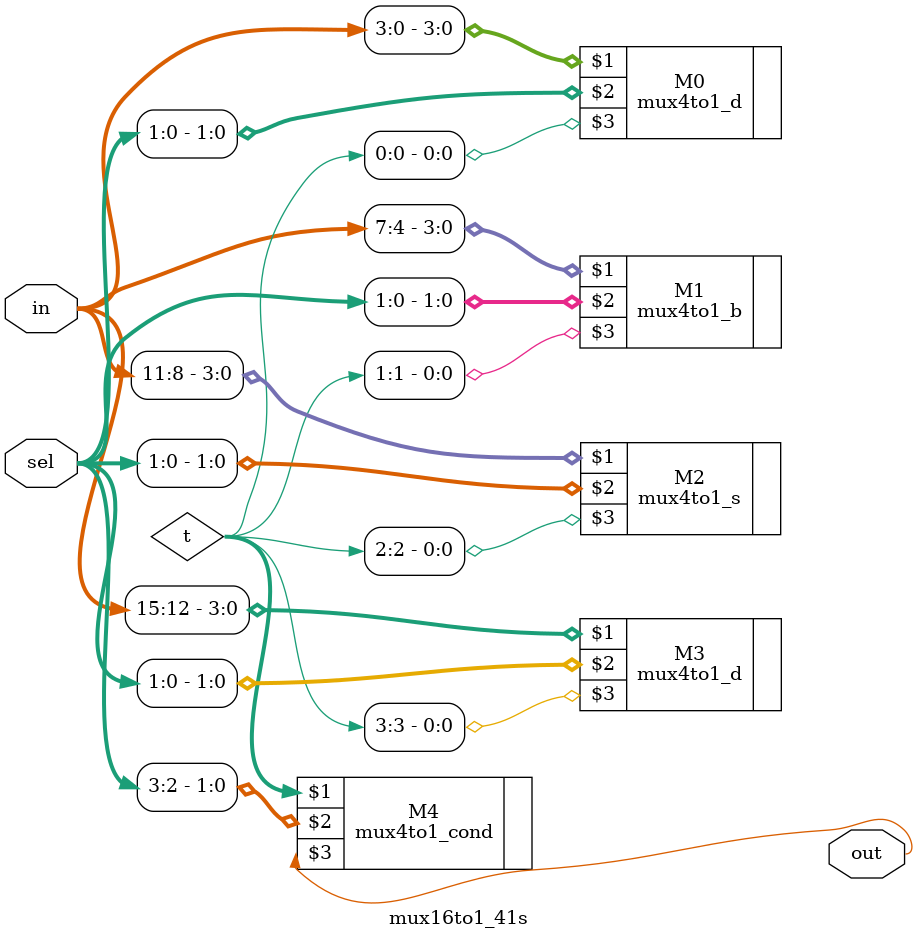
<source format=v>
`timescale 1ns / 1ps

module mux16to1_41s(
    input [15:0] in,
    input [3:0] sel,
    output out
    );
    wire [3:0] t ;
    
    mux4to1_d M0 (in[3:0],sel[1:0],t[0]);
    mux4to1_b M1 (in[7:4],sel[1:0],t[1]);
    mux4to1_s M2 (in[11:8],sel[1:0],t[2]);
    mux4to1_d M3 (in[15:12],sel[1:0],t[3]);
    mux4to1_cond M4 (t,sel[3:2],out);
endmodule

</source>
